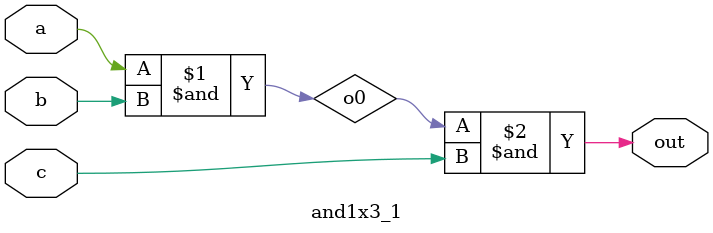
<source format=v>
module and1x3_1 (/*AUTOARG*/
   // Outputs
   out,
   // Inputs
   a, b, c
   ) ;
   input a, b, c;
   output out;
   wire   o0;

   and ad0(o0, a, b);
   and ad1(out, o0, c);

endmodule // and1x3_1

</source>
